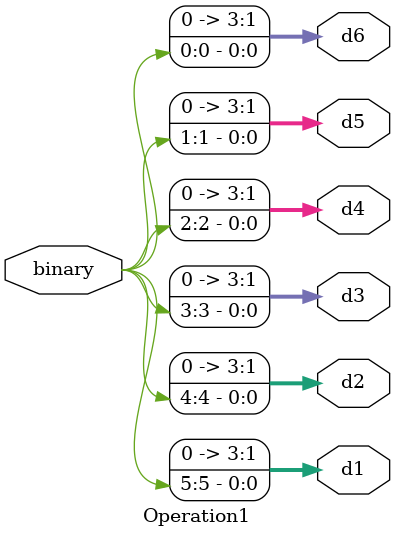
<source format=v>
`timescale 1ns / 1ps
module Operation1(
    input [9:0] binary,
    output [3:0] d1,
    output [3:0] d2,
    output [3:0] d3,
    output [3:0] d4,
    output [3:0] d5,
    output [3:0] d6
    );
	 
	 assign d1 = binary[5];
	 assign d2 = binary[4];
	 assign d3 = binary[3];
	 assign d4 = binary[2];
	 assign d5 = binary[1];
	 assign d6 = binary[0];


endmodule

</source>
